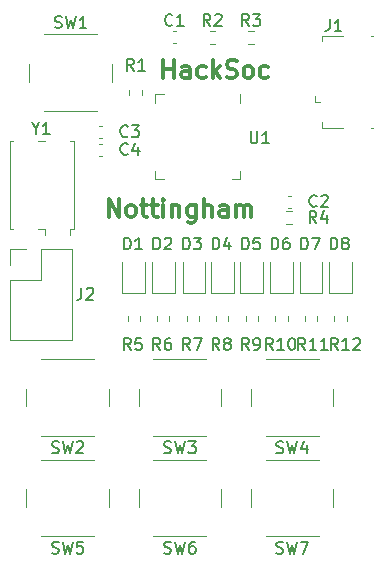
<source format=gbr>
%TF.GenerationSoftware,KiCad,Pcbnew,(6.0.11)*%
%TF.CreationDate,2023-02-27T16:04:50+00:00*%
%TF.ProjectId,HackSoc Workshop,4861636b-536f-4632-9057-6f726b73686f,rev?*%
%TF.SameCoordinates,Original*%
%TF.FileFunction,Legend,Top*%
%TF.FilePolarity,Positive*%
%FSLAX46Y46*%
G04 Gerber Fmt 4.6, Leading zero omitted, Abs format (unit mm)*
G04 Created by KiCad (PCBNEW (6.0.11)) date 2023-02-27 16:04:50*
%MOMM*%
%LPD*%
G01*
G04 APERTURE LIST*
%ADD10C,0.300000*%
%ADD11C,0.150000*%
%ADD12C,0.120000*%
G04 APERTURE END LIST*
D10*
X83964285Y-79678571D02*
X83964285Y-78178571D01*
X84821428Y-79678571D01*
X84821428Y-78178571D01*
X85750000Y-79678571D02*
X85607142Y-79607142D01*
X85535714Y-79535714D01*
X85464285Y-79392857D01*
X85464285Y-78964285D01*
X85535714Y-78821428D01*
X85607142Y-78750000D01*
X85750000Y-78678571D01*
X85964285Y-78678571D01*
X86107142Y-78750000D01*
X86178571Y-78821428D01*
X86250000Y-78964285D01*
X86250000Y-79392857D01*
X86178571Y-79535714D01*
X86107142Y-79607142D01*
X85964285Y-79678571D01*
X85750000Y-79678571D01*
X86678571Y-78678571D02*
X87250000Y-78678571D01*
X86892857Y-78178571D02*
X86892857Y-79464285D01*
X86964285Y-79607142D01*
X87107142Y-79678571D01*
X87250000Y-79678571D01*
X87535714Y-78678571D02*
X88107142Y-78678571D01*
X87750000Y-78178571D02*
X87750000Y-79464285D01*
X87821428Y-79607142D01*
X87964285Y-79678571D01*
X88107142Y-79678571D01*
X88607142Y-79678571D02*
X88607142Y-78678571D01*
X88607142Y-78178571D02*
X88535714Y-78250000D01*
X88607142Y-78321428D01*
X88678571Y-78250000D01*
X88607142Y-78178571D01*
X88607142Y-78321428D01*
X89321428Y-78678571D02*
X89321428Y-79678571D01*
X89321428Y-78821428D02*
X89392857Y-78750000D01*
X89535714Y-78678571D01*
X89750000Y-78678571D01*
X89892857Y-78750000D01*
X89964285Y-78892857D01*
X89964285Y-79678571D01*
X91321428Y-78678571D02*
X91321428Y-79892857D01*
X91250000Y-80035714D01*
X91178571Y-80107142D01*
X91035714Y-80178571D01*
X90821428Y-80178571D01*
X90678571Y-80107142D01*
X91321428Y-79607142D02*
X91178571Y-79678571D01*
X90892857Y-79678571D01*
X90750000Y-79607142D01*
X90678571Y-79535714D01*
X90607142Y-79392857D01*
X90607142Y-78964285D01*
X90678571Y-78821428D01*
X90750000Y-78750000D01*
X90892857Y-78678571D01*
X91178571Y-78678571D01*
X91321428Y-78750000D01*
X92035714Y-79678571D02*
X92035714Y-78178571D01*
X92678571Y-79678571D02*
X92678571Y-78892857D01*
X92607142Y-78750000D01*
X92464285Y-78678571D01*
X92250000Y-78678571D01*
X92107142Y-78750000D01*
X92035714Y-78821428D01*
X94035714Y-79678571D02*
X94035714Y-78892857D01*
X93964285Y-78750000D01*
X93821428Y-78678571D01*
X93535714Y-78678571D01*
X93392857Y-78750000D01*
X94035714Y-79607142D02*
X93892857Y-79678571D01*
X93535714Y-79678571D01*
X93392857Y-79607142D01*
X93321428Y-79464285D01*
X93321428Y-79321428D01*
X93392857Y-79178571D01*
X93535714Y-79107142D01*
X93892857Y-79107142D01*
X94035714Y-79035714D01*
X94750000Y-79678571D02*
X94750000Y-78678571D01*
X94750000Y-78821428D02*
X94821428Y-78750000D01*
X94964285Y-78678571D01*
X95178571Y-78678571D01*
X95321428Y-78750000D01*
X95392857Y-78892857D01*
X95392857Y-79678571D01*
X95392857Y-78892857D02*
X95464285Y-78750000D01*
X95607142Y-78678571D01*
X95821428Y-78678571D01*
X95964285Y-78750000D01*
X96035714Y-78892857D01*
X96035714Y-79678571D01*
X88607142Y-67928571D02*
X88607142Y-66428571D01*
X88607142Y-67142857D02*
X89464285Y-67142857D01*
X89464285Y-67928571D02*
X89464285Y-66428571D01*
X90821428Y-67928571D02*
X90821428Y-67142857D01*
X90750000Y-67000000D01*
X90607142Y-66928571D01*
X90321428Y-66928571D01*
X90178571Y-67000000D01*
X90821428Y-67857142D02*
X90678571Y-67928571D01*
X90321428Y-67928571D01*
X90178571Y-67857142D01*
X90107142Y-67714285D01*
X90107142Y-67571428D01*
X90178571Y-67428571D01*
X90321428Y-67357142D01*
X90678571Y-67357142D01*
X90821428Y-67285714D01*
X92178571Y-67857142D02*
X92035714Y-67928571D01*
X91750000Y-67928571D01*
X91607142Y-67857142D01*
X91535714Y-67785714D01*
X91464285Y-67642857D01*
X91464285Y-67214285D01*
X91535714Y-67071428D01*
X91607142Y-67000000D01*
X91750000Y-66928571D01*
X92035714Y-66928571D01*
X92178571Y-67000000D01*
X92821428Y-67928571D02*
X92821428Y-66428571D01*
X92964285Y-67357142D02*
X93392857Y-67928571D01*
X93392857Y-66928571D02*
X92821428Y-67500000D01*
X93964285Y-67857142D02*
X94178571Y-67928571D01*
X94535714Y-67928571D01*
X94678571Y-67857142D01*
X94750000Y-67785714D01*
X94821428Y-67642857D01*
X94821428Y-67500000D01*
X94750000Y-67357142D01*
X94678571Y-67285714D01*
X94535714Y-67214285D01*
X94250000Y-67142857D01*
X94107142Y-67071428D01*
X94035714Y-67000000D01*
X93964285Y-66857142D01*
X93964285Y-66714285D01*
X94035714Y-66571428D01*
X94107142Y-66500000D01*
X94250000Y-66428571D01*
X94607142Y-66428571D01*
X94821428Y-66500000D01*
X95678571Y-67928571D02*
X95535714Y-67857142D01*
X95464285Y-67785714D01*
X95392857Y-67642857D01*
X95392857Y-67214285D01*
X95464285Y-67071428D01*
X95535714Y-67000000D01*
X95678571Y-66928571D01*
X95892857Y-66928571D01*
X96035714Y-67000000D01*
X96107142Y-67071428D01*
X96178571Y-67214285D01*
X96178571Y-67642857D01*
X96107142Y-67785714D01*
X96035714Y-67857142D01*
X95892857Y-67928571D01*
X95678571Y-67928571D01*
X97464285Y-67857142D02*
X97321428Y-67928571D01*
X97035714Y-67928571D01*
X96892857Y-67857142D01*
X96821428Y-67785714D01*
X96750000Y-67642857D01*
X96750000Y-67214285D01*
X96821428Y-67071428D01*
X96892857Y-67000000D01*
X97035714Y-66928571D01*
X97321428Y-66928571D01*
X97464285Y-67000000D01*
D11*
%TO.C,J2*%
X81666666Y-85702380D02*
X81666666Y-86416666D01*
X81619047Y-86559523D01*
X81523809Y-86654761D01*
X81380952Y-86702380D01*
X81285714Y-86702380D01*
X82095238Y-85797619D02*
X82142857Y-85750000D01*
X82238095Y-85702380D01*
X82476190Y-85702380D01*
X82571428Y-85750000D01*
X82619047Y-85797619D01*
X82666666Y-85892857D01*
X82666666Y-85988095D01*
X82619047Y-86130952D01*
X82047619Y-86702380D01*
X82666666Y-86702380D01*
%TO.C,SW7*%
X98166666Y-108154761D02*
X98309523Y-108202380D01*
X98547619Y-108202380D01*
X98642857Y-108154761D01*
X98690476Y-108107142D01*
X98738095Y-108011904D01*
X98738095Y-107916666D01*
X98690476Y-107821428D01*
X98642857Y-107773809D01*
X98547619Y-107726190D01*
X98357142Y-107678571D01*
X98261904Y-107630952D01*
X98214285Y-107583333D01*
X98166666Y-107488095D01*
X98166666Y-107392857D01*
X98214285Y-107297619D01*
X98261904Y-107250000D01*
X98357142Y-107202380D01*
X98595238Y-107202380D01*
X98738095Y-107250000D01*
X99071428Y-107202380D02*
X99309523Y-108202380D01*
X99500000Y-107488095D01*
X99690476Y-108202380D01*
X99928571Y-107202380D01*
X100214285Y-107202380D02*
X100880952Y-107202380D01*
X100452380Y-108202380D01*
%TO.C,SW6*%
X88666666Y-108154761D02*
X88809523Y-108202380D01*
X89047619Y-108202380D01*
X89142857Y-108154761D01*
X89190476Y-108107142D01*
X89238095Y-108011904D01*
X89238095Y-107916666D01*
X89190476Y-107821428D01*
X89142857Y-107773809D01*
X89047619Y-107726190D01*
X88857142Y-107678571D01*
X88761904Y-107630952D01*
X88714285Y-107583333D01*
X88666666Y-107488095D01*
X88666666Y-107392857D01*
X88714285Y-107297619D01*
X88761904Y-107250000D01*
X88857142Y-107202380D01*
X89095238Y-107202380D01*
X89238095Y-107250000D01*
X89571428Y-107202380D02*
X89809523Y-108202380D01*
X90000000Y-107488095D01*
X90190476Y-108202380D01*
X90428571Y-107202380D01*
X91238095Y-107202380D02*
X91047619Y-107202380D01*
X90952380Y-107250000D01*
X90904761Y-107297619D01*
X90809523Y-107440476D01*
X90761904Y-107630952D01*
X90761904Y-108011904D01*
X90809523Y-108107142D01*
X90857142Y-108154761D01*
X90952380Y-108202380D01*
X91142857Y-108202380D01*
X91238095Y-108154761D01*
X91285714Y-108107142D01*
X91333333Y-108011904D01*
X91333333Y-107773809D01*
X91285714Y-107678571D01*
X91238095Y-107630952D01*
X91142857Y-107583333D01*
X90952380Y-107583333D01*
X90857142Y-107630952D01*
X90809523Y-107678571D01*
X90761904Y-107773809D01*
%TO.C,SW5*%
X79166666Y-108154761D02*
X79309523Y-108202380D01*
X79547619Y-108202380D01*
X79642857Y-108154761D01*
X79690476Y-108107142D01*
X79738095Y-108011904D01*
X79738095Y-107916666D01*
X79690476Y-107821428D01*
X79642857Y-107773809D01*
X79547619Y-107726190D01*
X79357142Y-107678571D01*
X79261904Y-107630952D01*
X79214285Y-107583333D01*
X79166666Y-107488095D01*
X79166666Y-107392857D01*
X79214285Y-107297619D01*
X79261904Y-107250000D01*
X79357142Y-107202380D01*
X79595238Y-107202380D01*
X79738095Y-107250000D01*
X80071428Y-107202380D02*
X80309523Y-108202380D01*
X80500000Y-107488095D01*
X80690476Y-108202380D01*
X80928571Y-107202380D01*
X81785714Y-107202380D02*
X81309523Y-107202380D01*
X81261904Y-107678571D01*
X81309523Y-107630952D01*
X81404761Y-107583333D01*
X81642857Y-107583333D01*
X81738095Y-107630952D01*
X81785714Y-107678571D01*
X81833333Y-107773809D01*
X81833333Y-108011904D01*
X81785714Y-108107142D01*
X81738095Y-108154761D01*
X81642857Y-108202380D01*
X81404761Y-108202380D01*
X81309523Y-108154761D01*
X81261904Y-108107142D01*
%TO.C,SW4*%
X98166666Y-99654761D02*
X98309523Y-99702380D01*
X98547619Y-99702380D01*
X98642857Y-99654761D01*
X98690476Y-99607142D01*
X98738095Y-99511904D01*
X98738095Y-99416666D01*
X98690476Y-99321428D01*
X98642857Y-99273809D01*
X98547619Y-99226190D01*
X98357142Y-99178571D01*
X98261904Y-99130952D01*
X98214285Y-99083333D01*
X98166666Y-98988095D01*
X98166666Y-98892857D01*
X98214285Y-98797619D01*
X98261904Y-98750000D01*
X98357142Y-98702380D01*
X98595238Y-98702380D01*
X98738095Y-98750000D01*
X99071428Y-98702380D02*
X99309523Y-99702380D01*
X99500000Y-98988095D01*
X99690476Y-99702380D01*
X99928571Y-98702380D01*
X100738095Y-99035714D02*
X100738095Y-99702380D01*
X100500000Y-98654761D02*
X100261904Y-99369047D01*
X100880952Y-99369047D01*
%TO.C,SW3*%
X88666666Y-99654761D02*
X88809523Y-99702380D01*
X89047619Y-99702380D01*
X89142857Y-99654761D01*
X89190476Y-99607142D01*
X89238095Y-99511904D01*
X89238095Y-99416666D01*
X89190476Y-99321428D01*
X89142857Y-99273809D01*
X89047619Y-99226190D01*
X88857142Y-99178571D01*
X88761904Y-99130952D01*
X88714285Y-99083333D01*
X88666666Y-98988095D01*
X88666666Y-98892857D01*
X88714285Y-98797619D01*
X88761904Y-98750000D01*
X88857142Y-98702380D01*
X89095238Y-98702380D01*
X89238095Y-98750000D01*
X89571428Y-98702380D02*
X89809523Y-99702380D01*
X90000000Y-98988095D01*
X90190476Y-99702380D01*
X90428571Y-98702380D01*
X90714285Y-98702380D02*
X91333333Y-98702380D01*
X91000000Y-99083333D01*
X91142857Y-99083333D01*
X91238095Y-99130952D01*
X91285714Y-99178571D01*
X91333333Y-99273809D01*
X91333333Y-99511904D01*
X91285714Y-99607142D01*
X91238095Y-99654761D01*
X91142857Y-99702380D01*
X90857142Y-99702380D01*
X90761904Y-99654761D01*
X90714285Y-99607142D01*
%TO.C,SW2*%
X79166666Y-99654761D02*
X79309523Y-99702380D01*
X79547619Y-99702380D01*
X79642857Y-99654761D01*
X79690476Y-99607142D01*
X79738095Y-99511904D01*
X79738095Y-99416666D01*
X79690476Y-99321428D01*
X79642857Y-99273809D01*
X79547619Y-99226190D01*
X79357142Y-99178571D01*
X79261904Y-99130952D01*
X79214285Y-99083333D01*
X79166666Y-98988095D01*
X79166666Y-98892857D01*
X79214285Y-98797619D01*
X79261904Y-98750000D01*
X79357142Y-98702380D01*
X79595238Y-98702380D01*
X79738095Y-98750000D01*
X80071428Y-98702380D02*
X80309523Y-99702380D01*
X80500000Y-98988095D01*
X80690476Y-99702380D01*
X80928571Y-98702380D01*
X81261904Y-98797619D02*
X81309523Y-98750000D01*
X81404761Y-98702380D01*
X81642857Y-98702380D01*
X81738095Y-98750000D01*
X81785714Y-98797619D01*
X81833333Y-98892857D01*
X81833333Y-98988095D01*
X81785714Y-99130952D01*
X81214285Y-99702380D01*
X81833333Y-99702380D01*
%TO.C,SW1*%
X79416666Y-63654761D02*
X79559523Y-63702380D01*
X79797619Y-63702380D01*
X79892857Y-63654761D01*
X79940476Y-63607142D01*
X79988095Y-63511904D01*
X79988095Y-63416666D01*
X79940476Y-63321428D01*
X79892857Y-63273809D01*
X79797619Y-63226190D01*
X79607142Y-63178571D01*
X79511904Y-63130952D01*
X79464285Y-63083333D01*
X79416666Y-62988095D01*
X79416666Y-62892857D01*
X79464285Y-62797619D01*
X79511904Y-62750000D01*
X79607142Y-62702380D01*
X79845238Y-62702380D01*
X79988095Y-62750000D01*
X80321428Y-62702380D02*
X80559523Y-63702380D01*
X80750000Y-62988095D01*
X80940476Y-63702380D01*
X81178571Y-62702380D01*
X82083333Y-63702380D02*
X81511904Y-63702380D01*
X81797619Y-63702380D02*
X81797619Y-62702380D01*
X81702380Y-62845238D01*
X81607142Y-62940476D01*
X81511904Y-62988095D01*
%TO.C,R3*%
X95833333Y-63522380D02*
X95500000Y-63046190D01*
X95261904Y-63522380D02*
X95261904Y-62522380D01*
X95642857Y-62522380D01*
X95738095Y-62570000D01*
X95785714Y-62617619D01*
X95833333Y-62712857D01*
X95833333Y-62855714D01*
X95785714Y-62950952D01*
X95738095Y-62998571D01*
X95642857Y-63046190D01*
X95261904Y-63046190D01*
X96166666Y-62522380D02*
X96785714Y-62522380D01*
X96452380Y-62903333D01*
X96595238Y-62903333D01*
X96690476Y-62950952D01*
X96738095Y-62998571D01*
X96785714Y-63093809D01*
X96785714Y-63331904D01*
X96738095Y-63427142D01*
X96690476Y-63474761D01*
X96595238Y-63522380D01*
X96309523Y-63522380D01*
X96214285Y-63474761D01*
X96166666Y-63427142D01*
%TO.C,C1*%
X89358333Y-63427142D02*
X89310714Y-63474761D01*
X89167857Y-63522380D01*
X89072619Y-63522380D01*
X88929761Y-63474761D01*
X88834523Y-63379523D01*
X88786904Y-63284285D01*
X88739285Y-63093809D01*
X88739285Y-62950952D01*
X88786904Y-62760476D01*
X88834523Y-62665238D01*
X88929761Y-62570000D01*
X89072619Y-62522380D01*
X89167857Y-62522380D01*
X89310714Y-62570000D01*
X89358333Y-62617619D01*
X90310714Y-63522380D02*
X89739285Y-63522380D01*
X90025000Y-63522380D02*
X90025000Y-62522380D01*
X89929761Y-62665238D01*
X89834523Y-62760476D01*
X89739285Y-62808095D01*
%TO.C,C4*%
X85583333Y-74357142D02*
X85535714Y-74404761D01*
X85392857Y-74452380D01*
X85297619Y-74452380D01*
X85154761Y-74404761D01*
X85059523Y-74309523D01*
X85011904Y-74214285D01*
X84964285Y-74023809D01*
X84964285Y-73880952D01*
X85011904Y-73690476D01*
X85059523Y-73595238D01*
X85154761Y-73500000D01*
X85297619Y-73452380D01*
X85392857Y-73452380D01*
X85535714Y-73500000D01*
X85583333Y-73547619D01*
X86440476Y-73785714D02*
X86440476Y-74452380D01*
X86202380Y-73404761D02*
X85964285Y-74119047D01*
X86583333Y-74119047D01*
%TO.C,D4*%
X92761904Y-82452380D02*
X92761904Y-81452380D01*
X93000000Y-81452380D01*
X93142857Y-81500000D01*
X93238095Y-81595238D01*
X93285714Y-81690476D01*
X93333333Y-81880952D01*
X93333333Y-82023809D01*
X93285714Y-82214285D01*
X93238095Y-82309523D01*
X93142857Y-82404761D01*
X93000000Y-82452380D01*
X92761904Y-82452380D01*
X94190476Y-81785714D02*
X94190476Y-82452380D01*
X93952380Y-81404761D02*
X93714285Y-82119047D01*
X94333333Y-82119047D01*
%TO.C,D2*%
X87761904Y-82452380D02*
X87761904Y-81452380D01*
X88000000Y-81452380D01*
X88142857Y-81500000D01*
X88238095Y-81595238D01*
X88285714Y-81690476D01*
X88333333Y-81880952D01*
X88333333Y-82023809D01*
X88285714Y-82214285D01*
X88238095Y-82309523D01*
X88142857Y-82404761D01*
X88000000Y-82452380D01*
X87761904Y-82452380D01*
X88714285Y-81547619D02*
X88761904Y-81500000D01*
X88857142Y-81452380D01*
X89095238Y-81452380D01*
X89190476Y-81500000D01*
X89238095Y-81547619D01*
X89285714Y-81642857D01*
X89285714Y-81738095D01*
X89238095Y-81880952D01*
X88666666Y-82452380D01*
X89285714Y-82452380D01*
%TO.C,R5*%
X85833333Y-90952380D02*
X85500000Y-90476190D01*
X85261904Y-90952380D02*
X85261904Y-89952380D01*
X85642857Y-89952380D01*
X85738095Y-90000000D01*
X85785714Y-90047619D01*
X85833333Y-90142857D01*
X85833333Y-90285714D01*
X85785714Y-90380952D01*
X85738095Y-90428571D01*
X85642857Y-90476190D01*
X85261904Y-90476190D01*
X86738095Y-89952380D02*
X86261904Y-89952380D01*
X86214285Y-90428571D01*
X86261904Y-90380952D01*
X86357142Y-90333333D01*
X86595238Y-90333333D01*
X86690476Y-90380952D01*
X86738095Y-90428571D01*
X86785714Y-90523809D01*
X86785714Y-90761904D01*
X86738095Y-90857142D01*
X86690476Y-90904761D01*
X86595238Y-90952380D01*
X86357142Y-90952380D01*
X86261904Y-90904761D01*
X86214285Y-90857142D01*
%TO.C,R12*%
X103357142Y-90952380D02*
X103023809Y-90476190D01*
X102785714Y-90952380D02*
X102785714Y-89952380D01*
X103166666Y-89952380D01*
X103261904Y-90000000D01*
X103309523Y-90047619D01*
X103357142Y-90142857D01*
X103357142Y-90285714D01*
X103309523Y-90380952D01*
X103261904Y-90428571D01*
X103166666Y-90476190D01*
X102785714Y-90476190D01*
X104309523Y-90952380D02*
X103738095Y-90952380D01*
X104023809Y-90952380D02*
X104023809Y-89952380D01*
X103928571Y-90095238D01*
X103833333Y-90190476D01*
X103738095Y-90238095D01*
X104690476Y-90047619D02*
X104738095Y-90000000D01*
X104833333Y-89952380D01*
X105071428Y-89952380D01*
X105166666Y-90000000D01*
X105214285Y-90047619D01*
X105261904Y-90142857D01*
X105261904Y-90238095D01*
X105214285Y-90380952D01*
X104642857Y-90952380D01*
X105261904Y-90952380D01*
%TO.C,R11*%
X100607142Y-90952380D02*
X100273809Y-90476190D01*
X100035714Y-90952380D02*
X100035714Y-89952380D01*
X100416666Y-89952380D01*
X100511904Y-90000000D01*
X100559523Y-90047619D01*
X100607142Y-90142857D01*
X100607142Y-90285714D01*
X100559523Y-90380952D01*
X100511904Y-90428571D01*
X100416666Y-90476190D01*
X100035714Y-90476190D01*
X101559523Y-90952380D02*
X100988095Y-90952380D01*
X101273809Y-90952380D02*
X101273809Y-89952380D01*
X101178571Y-90095238D01*
X101083333Y-90190476D01*
X100988095Y-90238095D01*
X102511904Y-90952380D02*
X101940476Y-90952380D01*
X102226190Y-90952380D02*
X102226190Y-89952380D01*
X102130952Y-90095238D01*
X102035714Y-90190476D01*
X101940476Y-90238095D01*
%TO.C,R1*%
X86083333Y-67302380D02*
X85750000Y-66826190D01*
X85511904Y-67302380D02*
X85511904Y-66302380D01*
X85892857Y-66302380D01*
X85988095Y-66350000D01*
X86035714Y-66397619D01*
X86083333Y-66492857D01*
X86083333Y-66635714D01*
X86035714Y-66730952D01*
X85988095Y-66778571D01*
X85892857Y-66826190D01*
X85511904Y-66826190D01*
X87035714Y-67302380D02*
X86464285Y-67302380D01*
X86750000Y-67302380D02*
X86750000Y-66302380D01*
X86654761Y-66445238D01*
X86559523Y-66540476D01*
X86464285Y-66588095D01*
%TO.C,D8*%
X102761904Y-82452380D02*
X102761904Y-81452380D01*
X103000000Y-81452380D01*
X103142857Y-81500000D01*
X103238095Y-81595238D01*
X103285714Y-81690476D01*
X103333333Y-81880952D01*
X103333333Y-82023809D01*
X103285714Y-82214285D01*
X103238095Y-82309523D01*
X103142857Y-82404761D01*
X103000000Y-82452380D01*
X102761904Y-82452380D01*
X103904761Y-81880952D02*
X103809523Y-81833333D01*
X103761904Y-81785714D01*
X103714285Y-81690476D01*
X103714285Y-81642857D01*
X103761904Y-81547619D01*
X103809523Y-81500000D01*
X103904761Y-81452380D01*
X104095238Y-81452380D01*
X104190476Y-81500000D01*
X104238095Y-81547619D01*
X104285714Y-81642857D01*
X104285714Y-81690476D01*
X104238095Y-81785714D01*
X104190476Y-81833333D01*
X104095238Y-81880952D01*
X103904761Y-81880952D01*
X103809523Y-81928571D01*
X103761904Y-81976190D01*
X103714285Y-82071428D01*
X103714285Y-82261904D01*
X103761904Y-82357142D01*
X103809523Y-82404761D01*
X103904761Y-82452380D01*
X104095238Y-82452380D01*
X104190476Y-82404761D01*
X104238095Y-82357142D01*
X104285714Y-82261904D01*
X104285714Y-82071428D01*
X104238095Y-81976190D01*
X104190476Y-81928571D01*
X104095238Y-81880952D01*
%TO.C,R10*%
X97857142Y-90952380D02*
X97523809Y-90476190D01*
X97285714Y-90952380D02*
X97285714Y-89952380D01*
X97666666Y-89952380D01*
X97761904Y-90000000D01*
X97809523Y-90047619D01*
X97857142Y-90142857D01*
X97857142Y-90285714D01*
X97809523Y-90380952D01*
X97761904Y-90428571D01*
X97666666Y-90476190D01*
X97285714Y-90476190D01*
X98809523Y-90952380D02*
X98238095Y-90952380D01*
X98523809Y-90952380D02*
X98523809Y-89952380D01*
X98428571Y-90095238D01*
X98333333Y-90190476D01*
X98238095Y-90238095D01*
X99428571Y-89952380D02*
X99523809Y-89952380D01*
X99619047Y-90000000D01*
X99666666Y-90047619D01*
X99714285Y-90142857D01*
X99761904Y-90333333D01*
X99761904Y-90571428D01*
X99714285Y-90761904D01*
X99666666Y-90857142D01*
X99619047Y-90904761D01*
X99523809Y-90952380D01*
X99428571Y-90952380D01*
X99333333Y-90904761D01*
X99285714Y-90857142D01*
X99238095Y-90761904D01*
X99190476Y-90571428D01*
X99190476Y-90333333D01*
X99238095Y-90142857D01*
X99285714Y-90047619D01*
X99333333Y-90000000D01*
X99428571Y-89952380D01*
%TO.C,D1*%
X85261904Y-82452380D02*
X85261904Y-81452380D01*
X85500000Y-81452380D01*
X85642857Y-81500000D01*
X85738095Y-81595238D01*
X85785714Y-81690476D01*
X85833333Y-81880952D01*
X85833333Y-82023809D01*
X85785714Y-82214285D01*
X85738095Y-82309523D01*
X85642857Y-82404761D01*
X85500000Y-82452380D01*
X85261904Y-82452380D01*
X86785714Y-82452380D02*
X86214285Y-82452380D01*
X86500000Y-82452380D02*
X86500000Y-81452380D01*
X86404761Y-81595238D01*
X86309523Y-81690476D01*
X86214285Y-81738095D01*
%TO.C,R4*%
X101558333Y-80202380D02*
X101225000Y-79726190D01*
X100986904Y-80202380D02*
X100986904Y-79202380D01*
X101367857Y-79202380D01*
X101463095Y-79250000D01*
X101510714Y-79297619D01*
X101558333Y-79392857D01*
X101558333Y-79535714D01*
X101510714Y-79630952D01*
X101463095Y-79678571D01*
X101367857Y-79726190D01*
X100986904Y-79726190D01*
X102415476Y-79535714D02*
X102415476Y-80202380D01*
X102177380Y-79154761D02*
X101939285Y-79869047D01*
X102558333Y-79869047D01*
%TO.C,J1*%
X102666666Y-62952380D02*
X102666666Y-63666666D01*
X102619047Y-63809523D01*
X102523809Y-63904761D01*
X102380952Y-63952380D01*
X102285714Y-63952380D01*
X103666666Y-63952380D02*
X103095238Y-63952380D01*
X103380952Y-63952380D02*
X103380952Y-62952380D01*
X103285714Y-63095238D01*
X103190476Y-63190476D01*
X103095238Y-63238095D01*
%TO.C,Y1*%
X77773809Y-72226190D02*
X77773809Y-72702380D01*
X77440476Y-71702380D02*
X77773809Y-72226190D01*
X78107142Y-71702380D01*
X78964285Y-72702380D02*
X78392857Y-72702380D01*
X78678571Y-72702380D02*
X78678571Y-71702380D01*
X78583333Y-71845238D01*
X78488095Y-71940476D01*
X78392857Y-71988095D01*
%TO.C,D7*%
X100261904Y-82452380D02*
X100261904Y-81452380D01*
X100500000Y-81452380D01*
X100642857Y-81500000D01*
X100738095Y-81595238D01*
X100785714Y-81690476D01*
X100833333Y-81880952D01*
X100833333Y-82023809D01*
X100785714Y-82214285D01*
X100738095Y-82309523D01*
X100642857Y-82404761D01*
X100500000Y-82452380D01*
X100261904Y-82452380D01*
X101166666Y-81452380D02*
X101833333Y-81452380D01*
X101404761Y-82452380D01*
%TO.C,R7*%
X90833333Y-90952380D02*
X90500000Y-90476190D01*
X90261904Y-90952380D02*
X90261904Y-89952380D01*
X90642857Y-89952380D01*
X90738095Y-90000000D01*
X90785714Y-90047619D01*
X90833333Y-90142857D01*
X90833333Y-90285714D01*
X90785714Y-90380952D01*
X90738095Y-90428571D01*
X90642857Y-90476190D01*
X90261904Y-90476190D01*
X91166666Y-89952380D02*
X91833333Y-89952380D01*
X91404761Y-90952380D01*
%TO.C,D5*%
X95261904Y-82452380D02*
X95261904Y-81452380D01*
X95500000Y-81452380D01*
X95642857Y-81500000D01*
X95738095Y-81595238D01*
X95785714Y-81690476D01*
X95833333Y-81880952D01*
X95833333Y-82023809D01*
X95785714Y-82214285D01*
X95738095Y-82309523D01*
X95642857Y-82404761D01*
X95500000Y-82452380D01*
X95261904Y-82452380D01*
X96738095Y-81452380D02*
X96261904Y-81452380D01*
X96214285Y-81928571D01*
X96261904Y-81880952D01*
X96357142Y-81833333D01*
X96595238Y-81833333D01*
X96690476Y-81880952D01*
X96738095Y-81928571D01*
X96785714Y-82023809D01*
X96785714Y-82261904D01*
X96738095Y-82357142D01*
X96690476Y-82404761D01*
X96595238Y-82452380D01*
X96357142Y-82452380D01*
X96261904Y-82404761D01*
X96214285Y-82357142D01*
%TO.C,R9*%
X95833333Y-90952380D02*
X95500000Y-90476190D01*
X95261904Y-90952380D02*
X95261904Y-89952380D01*
X95642857Y-89952380D01*
X95738095Y-90000000D01*
X95785714Y-90047619D01*
X95833333Y-90142857D01*
X95833333Y-90285714D01*
X95785714Y-90380952D01*
X95738095Y-90428571D01*
X95642857Y-90476190D01*
X95261904Y-90476190D01*
X96309523Y-90952380D02*
X96500000Y-90952380D01*
X96595238Y-90904761D01*
X96642857Y-90857142D01*
X96738095Y-90714285D01*
X96785714Y-90523809D01*
X96785714Y-90142857D01*
X96738095Y-90047619D01*
X96690476Y-90000000D01*
X96595238Y-89952380D01*
X96404761Y-89952380D01*
X96309523Y-90000000D01*
X96261904Y-90047619D01*
X96214285Y-90142857D01*
X96214285Y-90380952D01*
X96261904Y-90476190D01*
X96309523Y-90523809D01*
X96404761Y-90571428D01*
X96595238Y-90571428D01*
X96690476Y-90523809D01*
X96738095Y-90476190D01*
X96785714Y-90380952D01*
%TO.C,U1*%
X95988095Y-72452380D02*
X95988095Y-73261904D01*
X96035714Y-73357142D01*
X96083333Y-73404761D01*
X96178571Y-73452380D01*
X96369047Y-73452380D01*
X96464285Y-73404761D01*
X96511904Y-73357142D01*
X96559523Y-73261904D01*
X96559523Y-72452380D01*
X97559523Y-73452380D02*
X96988095Y-73452380D01*
X97273809Y-73452380D02*
X97273809Y-72452380D01*
X97178571Y-72595238D01*
X97083333Y-72690476D01*
X96988095Y-72738095D01*
%TO.C,D3*%
X90261904Y-82452380D02*
X90261904Y-81452380D01*
X90500000Y-81452380D01*
X90642857Y-81500000D01*
X90738095Y-81595238D01*
X90785714Y-81690476D01*
X90833333Y-81880952D01*
X90833333Y-82023809D01*
X90785714Y-82214285D01*
X90738095Y-82309523D01*
X90642857Y-82404761D01*
X90500000Y-82452380D01*
X90261904Y-82452380D01*
X91166666Y-81452380D02*
X91785714Y-81452380D01*
X91452380Y-81833333D01*
X91595238Y-81833333D01*
X91690476Y-81880952D01*
X91738095Y-81928571D01*
X91785714Y-82023809D01*
X91785714Y-82261904D01*
X91738095Y-82357142D01*
X91690476Y-82404761D01*
X91595238Y-82452380D01*
X91309523Y-82452380D01*
X91214285Y-82404761D01*
X91166666Y-82357142D01*
%TO.C,C2*%
X101583333Y-78757142D02*
X101535714Y-78804761D01*
X101392857Y-78852380D01*
X101297619Y-78852380D01*
X101154761Y-78804761D01*
X101059523Y-78709523D01*
X101011904Y-78614285D01*
X100964285Y-78423809D01*
X100964285Y-78280952D01*
X101011904Y-78090476D01*
X101059523Y-77995238D01*
X101154761Y-77900000D01*
X101297619Y-77852380D01*
X101392857Y-77852380D01*
X101535714Y-77900000D01*
X101583333Y-77947619D01*
X101964285Y-77947619D02*
X102011904Y-77900000D01*
X102107142Y-77852380D01*
X102345238Y-77852380D01*
X102440476Y-77900000D01*
X102488095Y-77947619D01*
X102535714Y-78042857D01*
X102535714Y-78138095D01*
X102488095Y-78280952D01*
X101916666Y-78852380D01*
X102535714Y-78852380D01*
%TO.C,D6*%
X97761904Y-82452380D02*
X97761904Y-81452380D01*
X98000000Y-81452380D01*
X98142857Y-81500000D01*
X98238095Y-81595238D01*
X98285714Y-81690476D01*
X98333333Y-81880952D01*
X98333333Y-82023809D01*
X98285714Y-82214285D01*
X98238095Y-82309523D01*
X98142857Y-82404761D01*
X98000000Y-82452380D01*
X97761904Y-82452380D01*
X99190476Y-81452380D02*
X99000000Y-81452380D01*
X98904761Y-81500000D01*
X98857142Y-81547619D01*
X98761904Y-81690476D01*
X98714285Y-81880952D01*
X98714285Y-82261904D01*
X98761904Y-82357142D01*
X98809523Y-82404761D01*
X98904761Y-82452380D01*
X99095238Y-82452380D01*
X99190476Y-82404761D01*
X99238095Y-82357142D01*
X99285714Y-82261904D01*
X99285714Y-82023809D01*
X99238095Y-81928571D01*
X99190476Y-81880952D01*
X99095238Y-81833333D01*
X98904761Y-81833333D01*
X98809523Y-81880952D01*
X98761904Y-81928571D01*
X98714285Y-82023809D01*
%TO.C,R8*%
X93333333Y-90952380D02*
X93000000Y-90476190D01*
X92761904Y-90952380D02*
X92761904Y-89952380D01*
X93142857Y-89952380D01*
X93238095Y-90000000D01*
X93285714Y-90047619D01*
X93333333Y-90142857D01*
X93333333Y-90285714D01*
X93285714Y-90380952D01*
X93238095Y-90428571D01*
X93142857Y-90476190D01*
X92761904Y-90476190D01*
X93904761Y-90380952D02*
X93809523Y-90333333D01*
X93761904Y-90285714D01*
X93714285Y-90190476D01*
X93714285Y-90142857D01*
X93761904Y-90047619D01*
X93809523Y-90000000D01*
X93904761Y-89952380D01*
X94095238Y-89952380D01*
X94190476Y-90000000D01*
X94238095Y-90047619D01*
X94285714Y-90142857D01*
X94285714Y-90190476D01*
X94238095Y-90285714D01*
X94190476Y-90333333D01*
X94095238Y-90380952D01*
X93904761Y-90380952D01*
X93809523Y-90428571D01*
X93761904Y-90476190D01*
X93714285Y-90571428D01*
X93714285Y-90761904D01*
X93761904Y-90857142D01*
X93809523Y-90904761D01*
X93904761Y-90952380D01*
X94095238Y-90952380D01*
X94190476Y-90904761D01*
X94238095Y-90857142D01*
X94285714Y-90761904D01*
X94285714Y-90571428D01*
X94238095Y-90476190D01*
X94190476Y-90428571D01*
X94095238Y-90380952D01*
%TO.C,C3*%
X85583333Y-72857142D02*
X85535714Y-72904761D01*
X85392857Y-72952380D01*
X85297619Y-72952380D01*
X85154761Y-72904761D01*
X85059523Y-72809523D01*
X85011904Y-72714285D01*
X84964285Y-72523809D01*
X84964285Y-72380952D01*
X85011904Y-72190476D01*
X85059523Y-72095238D01*
X85154761Y-72000000D01*
X85297619Y-71952380D01*
X85392857Y-71952380D01*
X85535714Y-72000000D01*
X85583333Y-72047619D01*
X85916666Y-71952380D02*
X86535714Y-71952380D01*
X86202380Y-72333333D01*
X86345238Y-72333333D01*
X86440476Y-72380952D01*
X86488095Y-72428571D01*
X86535714Y-72523809D01*
X86535714Y-72761904D01*
X86488095Y-72857142D01*
X86440476Y-72904761D01*
X86345238Y-72952380D01*
X86059523Y-72952380D01*
X85964285Y-72904761D01*
X85916666Y-72857142D01*
%TO.C,R2*%
X92583333Y-63522380D02*
X92250000Y-63046190D01*
X92011904Y-63522380D02*
X92011904Y-62522380D01*
X92392857Y-62522380D01*
X92488095Y-62570000D01*
X92535714Y-62617619D01*
X92583333Y-62712857D01*
X92583333Y-62855714D01*
X92535714Y-62950952D01*
X92488095Y-62998571D01*
X92392857Y-63046190D01*
X92011904Y-63046190D01*
X92964285Y-62617619D02*
X93011904Y-62570000D01*
X93107142Y-62522380D01*
X93345238Y-62522380D01*
X93440476Y-62570000D01*
X93488095Y-62617619D01*
X93535714Y-62712857D01*
X93535714Y-62808095D01*
X93488095Y-62950952D01*
X92916666Y-63522380D01*
X93535714Y-63522380D01*
%TO.C,R6*%
X88333333Y-90952380D02*
X88000000Y-90476190D01*
X87761904Y-90952380D02*
X87761904Y-89952380D01*
X88142857Y-89952380D01*
X88238095Y-90000000D01*
X88285714Y-90047619D01*
X88333333Y-90142857D01*
X88333333Y-90285714D01*
X88285714Y-90380952D01*
X88238095Y-90428571D01*
X88142857Y-90476190D01*
X87761904Y-90476190D01*
X89190476Y-89952380D02*
X89000000Y-89952380D01*
X88904761Y-90000000D01*
X88857142Y-90047619D01*
X88761904Y-90190476D01*
X88714285Y-90380952D01*
X88714285Y-90761904D01*
X88761904Y-90857142D01*
X88809523Y-90904761D01*
X88904761Y-90952380D01*
X89095238Y-90952380D01*
X89190476Y-90904761D01*
X89238095Y-90857142D01*
X89285714Y-90761904D01*
X89285714Y-90523809D01*
X89238095Y-90428571D01*
X89190476Y-90380952D01*
X89095238Y-90333333D01*
X88904761Y-90333333D01*
X88809523Y-90380952D01*
X88761904Y-90428571D01*
X88714285Y-90523809D01*
D12*
%TO.C,J2*%
X78245000Y-85020000D02*
X78245000Y-82420000D01*
X75645000Y-90160000D02*
X80845000Y-90160000D01*
X80845000Y-82420000D02*
X80845000Y-90160000D01*
X75645000Y-82420000D02*
X76975000Y-82420000D01*
X75645000Y-85020000D02*
X75645000Y-90160000D01*
X75645000Y-85020000D02*
X78245000Y-85020000D01*
X75645000Y-83750000D02*
X75645000Y-82420000D01*
X78245000Y-82420000D02*
X80845000Y-82420000D01*
%TO.C,SW7*%
X101750000Y-100250000D02*
X97250000Y-100250000D01*
X103000000Y-104250000D02*
X103000000Y-102750000D01*
X96000000Y-102750000D02*
X96000000Y-104250000D01*
X97250000Y-106750000D02*
X101750000Y-106750000D01*
%TO.C,SW6*%
X92250000Y-100250000D02*
X87750000Y-100250000D01*
X93500000Y-104250000D02*
X93500000Y-102750000D01*
X86500000Y-102750000D02*
X86500000Y-104250000D01*
X87750000Y-106750000D02*
X92250000Y-106750000D01*
%TO.C,SW5*%
X82750000Y-100250000D02*
X78250000Y-100250000D01*
X84000000Y-104250000D02*
X84000000Y-102750000D01*
X77000000Y-102750000D02*
X77000000Y-104250000D01*
X78250000Y-106750000D02*
X82750000Y-106750000D01*
%TO.C,SW4*%
X101750000Y-91750000D02*
X97250000Y-91750000D01*
X103000000Y-95750000D02*
X103000000Y-94250000D01*
X96000000Y-94250000D02*
X96000000Y-95750000D01*
X97250000Y-98250000D02*
X101750000Y-98250000D01*
%TO.C,SW3*%
X92250000Y-91750000D02*
X87750000Y-91750000D01*
X93500000Y-95750000D02*
X93500000Y-94250000D01*
X86500000Y-94250000D02*
X86500000Y-95750000D01*
X87750000Y-98250000D02*
X92250000Y-98250000D01*
%TO.C,SW2*%
X82750000Y-91750000D02*
X78250000Y-91750000D01*
X84000000Y-95750000D02*
X84000000Y-94250000D01*
X77000000Y-94250000D02*
X77000000Y-95750000D01*
X78250000Y-98250000D02*
X82750000Y-98250000D01*
%TO.C,SW1*%
X83000000Y-64250000D02*
X78500000Y-64250000D01*
X84250000Y-68250000D02*
X84250000Y-66750000D01*
X77250000Y-66750000D02*
X77250000Y-68250000D01*
X78500000Y-70750000D02*
X83000000Y-70750000D01*
%TO.C,R3*%
X95762742Y-63977500D02*
X96237258Y-63977500D01*
X95762742Y-65022500D02*
X96237258Y-65022500D01*
%TO.C,C1*%
X89384420Y-65010000D02*
X89665580Y-65010000D01*
X89384420Y-63990000D02*
X89665580Y-63990000D01*
%TO.C,C4*%
X83390580Y-74510000D02*
X83109420Y-74510000D01*
X83390580Y-73490000D02*
X83109420Y-73490000D01*
%TO.C,D4*%
X92627500Y-83475000D02*
X92627500Y-86160000D01*
X94547500Y-86160000D02*
X94547500Y-83475000D01*
X92627500Y-86160000D02*
X94547500Y-86160000D01*
%TO.C,D2*%
X87627500Y-83475000D02*
X87627500Y-86160000D01*
X87627500Y-86160000D02*
X89547500Y-86160000D01*
X89547500Y-86160000D02*
X89547500Y-83475000D01*
%TO.C,R5*%
X86610000Y-88062742D02*
X86610000Y-88537258D01*
X85565000Y-88062742D02*
X85565000Y-88537258D01*
%TO.C,R12*%
X103065000Y-88062742D02*
X103065000Y-88537258D01*
X104110000Y-88062742D02*
X104110000Y-88537258D01*
%TO.C,R11*%
X100565000Y-88062742D02*
X100565000Y-88537258D01*
X101610000Y-88062742D02*
X101610000Y-88537258D01*
%TO.C,R1*%
X86772500Y-69412258D02*
X86772500Y-68937742D01*
X85727500Y-69412258D02*
X85727500Y-68937742D01*
%TO.C,D8*%
X104547500Y-86160000D02*
X104547500Y-83475000D01*
X102627500Y-83475000D02*
X102627500Y-86160000D01*
X102627500Y-86160000D02*
X104547500Y-86160000D01*
%TO.C,R10*%
X98065000Y-88062742D02*
X98065000Y-88537258D01*
X99110000Y-88062742D02*
X99110000Y-88537258D01*
%TO.C,D1*%
X85127500Y-83475000D02*
X85127500Y-86160000D01*
X85127500Y-86160000D02*
X87047500Y-86160000D01*
X87047500Y-86160000D02*
X87047500Y-83475000D01*
%TO.C,R4*%
X98987742Y-80272500D02*
X99462258Y-80272500D01*
X98987742Y-79227500D02*
X99462258Y-79227500D01*
%TO.C,J1*%
X106387500Y-72150000D02*
X106137500Y-72150000D01*
X101987500Y-72150000D02*
X101987500Y-71700000D01*
X106387500Y-64350000D02*
X106137500Y-64350000D01*
X103837500Y-72150000D02*
X101987500Y-72150000D01*
X103837500Y-64350000D02*
X101987500Y-64350000D01*
X101987500Y-64350000D02*
X101987500Y-64800000D01*
X101437500Y-69950000D02*
X101887500Y-69950000D01*
X101437500Y-69950000D02*
X101437500Y-69500000D01*
%TO.C,Y1*%
X81000000Y-80700000D02*
X81000000Y-73300000D01*
X78600000Y-80700000D02*
X78000000Y-80700000D01*
X75600000Y-80700000D02*
X75600000Y-73300000D01*
X78000000Y-73300000D02*
X78600000Y-73300000D01*
X80700000Y-81200000D02*
X80700000Y-80700000D01*
X78600000Y-81200000D02*
X78600000Y-80700000D01*
X75900000Y-80700000D02*
X75600000Y-80700000D01*
X81000000Y-73300000D02*
X80700000Y-73300000D01*
X80700000Y-80700000D02*
X81000000Y-80700000D01*
X75600000Y-73300000D02*
X75900000Y-73300000D01*
%TO.C,D7*%
X102047500Y-86160000D02*
X102047500Y-83475000D01*
X100127500Y-86160000D02*
X102047500Y-86160000D01*
X100127500Y-83475000D02*
X100127500Y-86160000D01*
%TO.C,R7*%
X91610000Y-88062742D02*
X91610000Y-88537258D01*
X90565000Y-88062742D02*
X90565000Y-88537258D01*
%TO.C,D5*%
X95127500Y-86160000D02*
X97047500Y-86160000D01*
X97047500Y-86160000D02*
X97047500Y-83475000D01*
X95127500Y-83475000D02*
X95127500Y-86160000D01*
%TO.C,R9*%
X95565000Y-88062742D02*
X95565000Y-88537258D01*
X96610000Y-88062742D02*
X96610000Y-88537258D01*
%TO.C,U1*%
X87890000Y-75792500D02*
X87890000Y-76517500D01*
X95110000Y-76517500D02*
X94385000Y-76517500D01*
X87890000Y-69297500D02*
X88615000Y-69297500D01*
X95110000Y-70022500D02*
X95110000Y-69297500D01*
X87890000Y-70022500D02*
X87890000Y-69297500D01*
X87890000Y-76517500D02*
X88615000Y-76517500D01*
X95110000Y-75792500D02*
X95110000Y-76517500D01*
%TO.C,D3*%
X90227500Y-83475000D02*
X90227500Y-86160000D01*
X90227500Y-86160000D02*
X92147500Y-86160000D01*
X92147500Y-86160000D02*
X92147500Y-83475000D01*
%TO.C,C2*%
X99109420Y-77890000D02*
X99390580Y-77890000D01*
X99109420Y-78910000D02*
X99390580Y-78910000D01*
%TO.C,D6*%
X99547500Y-86160000D02*
X99547500Y-83475000D01*
X97627500Y-83475000D02*
X97627500Y-86160000D01*
X97627500Y-86160000D02*
X99547500Y-86160000D01*
%TO.C,R8*%
X94110000Y-88062742D02*
X94110000Y-88537258D01*
X93065000Y-88062742D02*
X93065000Y-88537258D01*
%TO.C,C3*%
X83390580Y-73010000D02*
X83109420Y-73010000D01*
X83390580Y-71990000D02*
X83109420Y-71990000D01*
%TO.C,R2*%
X92512742Y-63977500D02*
X92987258Y-63977500D01*
X92512742Y-65022500D02*
X92987258Y-65022500D01*
%TO.C,R6*%
X89110000Y-88062742D02*
X89110000Y-88537258D01*
X88065000Y-88062742D02*
X88065000Y-88537258D01*
%TD*%
M02*

</source>
